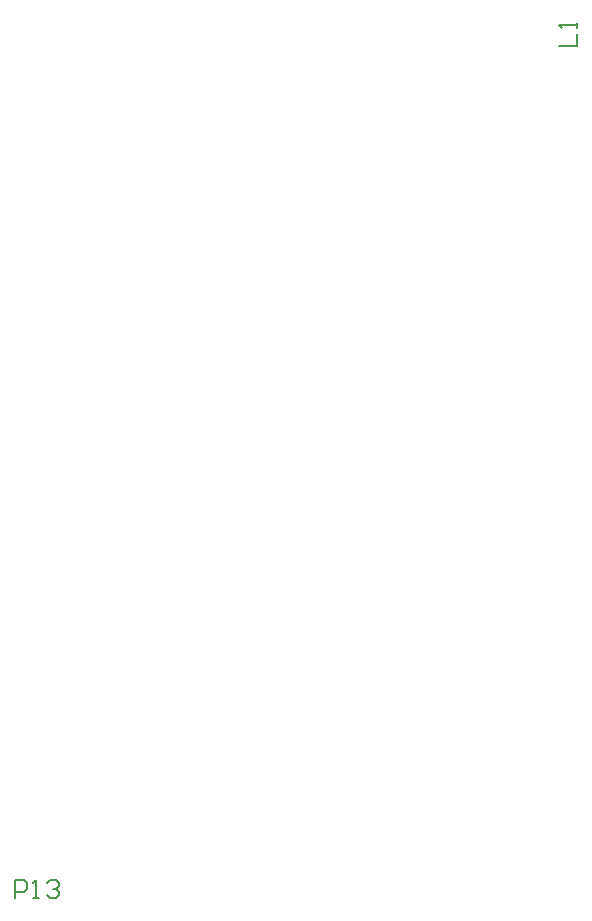
<source format=gbr>
%TF.GenerationSoftware,Altium Limited,Altium Designer,21.6.4 (81)*%
G04 Layer_Color=8388736*
%FSLAX43Y43*%
%MOMM*%
%TF.SameCoordinates,5D8205C6-A8A5-4108-8313-488A8EE5113E*%
%TF.FilePolarity,Positive*%
%TF.FileFunction,Other,Top_Designator*%
%TF.Part,Single*%
G01*
G75*
%TA.AperFunction,NonConductor*%
%ADD83C,0.150*%
D83*
X194195Y118380D02*
X195695D01*
Y119380D01*
Y119880D02*
Y120380D01*
Y120130D01*
X194195D01*
X194445Y119880D01*
X148113Y46240D02*
Y47740D01*
X148862D01*
X149112Y47490D01*
Y46990D01*
X148862Y46740D01*
X148113D01*
X149612Y46240D02*
X150112D01*
X149862D01*
Y47740D01*
X149612Y47490D01*
X150862D02*
X151112Y47740D01*
X151611D01*
X151861Y47490D01*
Y47240D01*
X151611Y46990D01*
X151362D01*
X151611D01*
X151861Y46740D01*
Y46490D01*
X151611Y46240D01*
X151112D01*
X150862Y46490D01*
%TF.MD5,e39710670349468a56339ed4580d0f84*%
M02*

</source>
